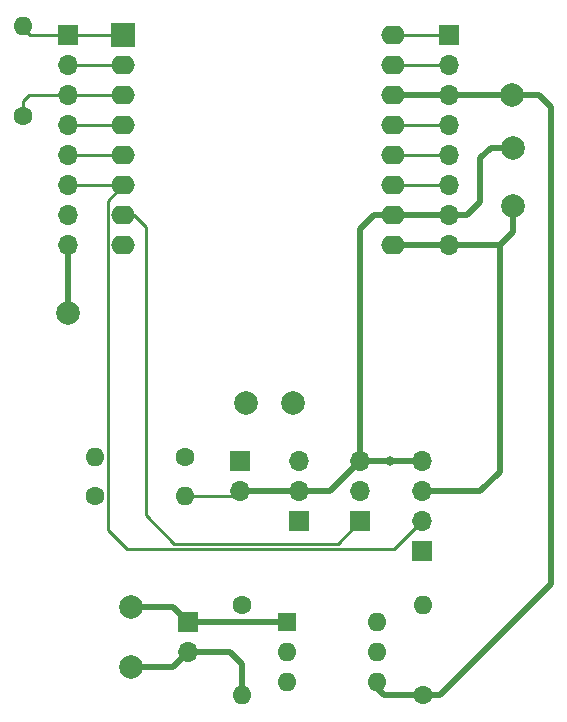
<source format=gbr>
%TF.GenerationSoftware,KiCad,Pcbnew,(5.1.6)-1*%
%TF.CreationDate,2022-07-24T18:58:52+10:00*%
%TF.ProjectId,v0.2a,76302e32-612e-46b6-9963-61645f706362,rev?*%
%TF.SameCoordinates,Original*%
%TF.FileFunction,Copper,L1,Top*%
%TF.FilePolarity,Positive*%
%FSLAX46Y46*%
G04 Gerber Fmt 4.6, Leading zero omitted, Abs format (unit mm)*
G04 Created by KiCad (PCBNEW (5.1.6)-1) date 2022-07-24 18:58:52*
%MOMM*%
%LPD*%
G01*
G04 APERTURE LIST*
%TA.AperFunction,ComponentPad*%
%ADD10R,1.600000X1.600000*%
%TD*%
%TA.AperFunction,ComponentPad*%
%ADD11O,1.600000X1.600000*%
%TD*%
%TA.AperFunction,ComponentPad*%
%ADD12O,1.700000X1.700000*%
%TD*%
%TA.AperFunction,ComponentPad*%
%ADD13R,1.700000X1.700000*%
%TD*%
%TA.AperFunction,ComponentPad*%
%ADD14C,1.600000*%
%TD*%
%TA.AperFunction,ComponentPad*%
%ADD15C,2.000000*%
%TD*%
%TA.AperFunction,ComponentPad*%
%ADD16O,2.000000X1.600000*%
%TD*%
%TA.AperFunction,ComponentPad*%
%ADD17R,2.000000X2.000000*%
%TD*%
%TA.AperFunction,ViaPad*%
%ADD18C,0.800000*%
%TD*%
%TA.AperFunction,Conductor*%
%ADD19C,0.508000*%
%TD*%
%TA.AperFunction,Conductor*%
%ADD20C,0.250000*%
%TD*%
G04 APERTURE END LIST*
D10*
%TO.P,U1,1*%
%TO.N,+5V*%
X112522000Y-133477000D03*
D11*
%TO.P,U1,4*%
%TO.N,/D1*%
X120142000Y-138557000D03*
%TO.P,U1,2*%
%TO.N,Net-(R2-Pad1)*%
X112522000Y-136017000D03*
%TO.P,U1,5*%
%TO.N,+3V3*%
X120142000Y-136017000D03*
%TO.P,U1,3*%
%TO.N,Net-(U1-Pad3)*%
X112522000Y-138557000D03*
%TO.P,U1,6*%
%TO.N,Net-(U1-Pad6)*%
X120142000Y-133477000D03*
%TD*%
D12*
%TO.P,J1,2*%
%TO.N,/Batt-*%
X108585000Y-122428000D03*
D13*
%TO.P,J1,1*%
%TO.N,/Batt+*%
X108585000Y-119888000D03*
%TD*%
%TO.P,J2,1*%
%TO.N,/Batt+*%
X113538000Y-124968000D03*
D12*
%TO.P,J2,2*%
%TO.N,/Batt-*%
X113538000Y-122428000D03*
%TO.P,J2,3*%
%TO.N,+5VA*%
X113538000Y-119888000D03*
%TD*%
D13*
%TO.P,J3,1*%
%TO.N,+5V*%
X104140000Y-133477000D03*
D12*
%TO.P,J3,2*%
%TO.N,/GND_wall*%
X104140000Y-136017000D03*
%TD*%
%TO.P,J4,3*%
%TO.N,/Batt-*%
X118745000Y-119888000D03*
%TO.P,J4,2*%
%TO.N,/UART0_RX*%
X118745000Y-122428000D03*
D13*
%TO.P,J4,1*%
%TO.N,/D8*%
X118745000Y-124968000D03*
%TD*%
%TO.P,J5,1*%
%TO.N,/D4*%
X123952000Y-127508000D03*
D12*
%TO.P,J5,2*%
%TO.N,/D7*%
X123952000Y-124968000D03*
%TO.P,J5,3*%
%TO.N,+5VA*%
X123952000Y-122428000D03*
%TO.P,J5,4*%
%TO.N,/Batt-*%
X123952000Y-119888000D03*
%TD*%
D13*
%TO.P,J6,1*%
%TO.N,/Tx*%
X126238000Y-83820000D03*
D12*
%TO.P,J6,2*%
%TO.N,/Rx*%
X126238000Y-86360000D03*
%TO.P,J6,3*%
%TO.N,/D1*%
X126238000Y-88900000D03*
%TO.P,J6,4*%
%TO.N,/D2*%
X126238000Y-91440000D03*
%TO.P,J6,5*%
%TO.N,/D3*%
X126238000Y-93980000D03*
%TO.P,J6,6*%
%TO.N,/D4*%
X126238000Y-96520000D03*
%TO.P,J6,7*%
%TO.N,/Batt-*%
X126238000Y-99060000D03*
%TO.P,J6,8*%
%TO.N,+5VA*%
X126238000Y-101600000D03*
%TD*%
%TO.P,J7,8*%
%TO.N,+3V3*%
X93980000Y-101600000D03*
%TO.P,J7,7*%
%TO.N,/D8*%
X93980000Y-99060000D03*
%TO.P,J7,6*%
%TO.N,/D7*%
X93980000Y-96520000D03*
%TO.P,J7,5*%
%TO.N,/D6*%
X93980000Y-93980000D03*
%TO.P,J7,4*%
%TO.N,/D5*%
X93980000Y-91440000D03*
%TO.P,J7,3*%
%TO.N,/D0*%
X93980000Y-88900000D03*
%TO.P,J7,2*%
%TO.N,/A0*%
X93980000Y-86360000D03*
D13*
%TO.P,J7,1*%
%TO.N,/RST*%
X93980000Y-83820000D03*
%TD*%
D14*
%TO.P,R1,1*%
%TO.N,/D1*%
X124079000Y-139700000D03*
D11*
%TO.P,R1,2*%
%TO.N,/Batt-*%
X124079000Y-132080000D03*
%TD*%
D14*
%TO.P,R2,1*%
%TO.N,Net-(R2-Pad1)*%
X108712000Y-132080000D03*
D11*
%TO.P,R2,2*%
%TO.N,/GND_wall*%
X108712000Y-139700000D03*
%TD*%
%TO.P,R3,2*%
%TO.N,/A0*%
X96266000Y-119507000D03*
D14*
%TO.P,R3,1*%
%TO.N,/Batt+*%
X103886000Y-119507000D03*
%TD*%
%TO.P,R4,1*%
%TO.N,/A0*%
X96266000Y-122809000D03*
D11*
%TO.P,R4,2*%
%TO.N,/Batt-*%
X103886000Y-122809000D03*
%TD*%
%TO.P,R5,2*%
%TO.N,/RST*%
X90170000Y-83058000D03*
D14*
%TO.P,R5,1*%
%TO.N,/D0*%
X90170000Y-90678000D03*
%TD*%
D15*
%TO.P,TP1,1*%
%TO.N,+5V*%
X99314000Y-132207000D03*
%TD*%
%TO.P,TP2,1*%
%TO.N,+5VA*%
X131699000Y-98298000D03*
%TD*%
%TO.P,TP3,1*%
%TO.N,+3V3*%
X93980000Y-107315000D03*
%TD*%
%TO.P,TP4,1*%
%TO.N,/Batt+*%
X113030000Y-114935000D03*
%TD*%
%TO.P,TP5,1*%
%TO.N,/Batt-*%
X131699000Y-93345000D03*
%TD*%
%TO.P,TP6,1*%
%TO.N,/GND_wall*%
X99314000Y-137287000D03*
%TD*%
%TO.P,TP8,1*%
%TO.N,/D1*%
X131572000Y-88900000D03*
%TD*%
D16*
%TO.P,U2,2*%
%TO.N,/A0*%
X98679000Y-86360000D03*
D17*
%TO.P,U2,1*%
%TO.N,/RST*%
X98679000Y-83820000D03*
D16*
%TO.P,U2,3*%
%TO.N,/D0*%
X98679000Y-88900000D03*
%TO.P,U2,4*%
%TO.N,/D5*%
X98679000Y-91440000D03*
%TO.P,U2,5*%
%TO.N,/D6*%
X98679000Y-93980000D03*
%TO.P,U2,6*%
%TO.N,/D7*%
X98679000Y-96520000D03*
%TO.P,U2,7*%
%TO.N,/D8*%
X98679000Y-99060000D03*
%TO.P,U2,8*%
%TO.N,+3V3*%
X98679000Y-101600000D03*
%TO.P,U2,9*%
%TO.N,+5VA*%
X121539000Y-101600000D03*
%TO.P,U2,10*%
%TO.N,/Batt-*%
X121539000Y-99060000D03*
%TO.P,U2,11*%
%TO.N,/D4*%
X121539000Y-96520000D03*
%TO.P,U2,12*%
%TO.N,/D3*%
X121539000Y-93980000D03*
%TO.P,U2,13*%
%TO.N,/D2*%
X121539000Y-91440000D03*
%TO.P,U2,14*%
%TO.N,/D1*%
X121539000Y-88900000D03*
%TO.P,U2,15*%
%TO.N,/Rx*%
X121539000Y-86360000D03*
%TO.P,U2,16*%
%TO.N,/Tx*%
X121539000Y-83820000D03*
%TD*%
D15*
%TO.P,TP7,1*%
%TO.N,/A0*%
X109093000Y-114935000D03*
%TD*%
D18*
%TO.N,/Batt-*%
X121285000Y-119888000D03*
%TD*%
D19*
%TO.N,+5VA*%
X125095000Y-122428000D02*
X123952000Y-122428000D01*
X126238000Y-101600000D02*
X121539000Y-101600000D01*
X126238000Y-101600000D02*
X130556000Y-101600000D01*
X131699000Y-100457000D02*
X131699000Y-98298000D01*
X130556000Y-101600000D02*
X131699000Y-100457000D01*
X128905000Y-122428000D02*
X123952000Y-122428000D01*
X130556000Y-101600000D02*
X130556000Y-120777000D01*
X130556000Y-120777000D02*
X128905000Y-122428000D01*
D20*
%TO.N,/D8*%
X99568000Y-99060000D02*
X98679000Y-99060000D01*
X116840000Y-126873000D02*
X102997000Y-126873000D01*
X100584000Y-100076000D02*
X99568000Y-99060000D01*
X118745000Y-124968000D02*
X116840000Y-126873000D01*
X102997000Y-126873000D02*
X100584000Y-124460000D01*
X100584000Y-124460000D02*
X100584000Y-100076000D01*
%TO.N,/D4*%
X126238000Y-96520000D02*
X121539000Y-96520000D01*
%TO.N,/D7*%
X93980000Y-96520000D02*
X98679000Y-96520000D01*
X97353990Y-97845010D02*
X98679000Y-96520000D01*
X97353990Y-102065994D02*
X97353990Y-97845010D01*
X121596990Y-127323010D02*
X99002010Y-127323010D01*
X99002010Y-127323010D02*
X97391001Y-125712001D01*
X97391001Y-125712001D02*
X97391001Y-102103005D01*
X123952000Y-124968000D02*
X121596990Y-127323010D01*
X97391001Y-102103005D02*
X97353990Y-102065994D01*
%TO.N,/Tx*%
X121539000Y-83820000D02*
X126238000Y-83820000D01*
%TO.N,/Rx*%
X126238000Y-86360000D02*
X121539000Y-86360000D01*
D19*
%TO.N,+3V3*%
X93980000Y-101600000D02*
X93980000Y-107315000D01*
D20*
%TO.N,/D2*%
X126238000Y-91440000D02*
X121539000Y-91440000D01*
%TO.N,/D3*%
X121539000Y-93980000D02*
X126238000Y-93980000D01*
D19*
%TO.N,+5V*%
X102870000Y-132207000D02*
X104140000Y-133477000D01*
X99314000Y-132207000D02*
X102870000Y-132207000D01*
X104140000Y-133477000D02*
X112649000Y-133477000D01*
D20*
%TO.N,/D6*%
X98679000Y-93980000D02*
X93980000Y-93980000D01*
%TO.N,/D5*%
X93980000Y-91440000D02*
X98679000Y-91440000D01*
%TO.N,/D0*%
X98679000Y-88900000D02*
X93980000Y-88900000D01*
X93980000Y-88900000D02*
X90678000Y-88900000D01*
X90170000Y-89408000D02*
X90170000Y-90678000D01*
X90678000Y-88900000D02*
X90170000Y-89408000D01*
%TO.N,/A0*%
X98679000Y-86360000D02*
X93980000Y-86360000D01*
D19*
%TO.N,/D1*%
X121539000Y-88900000D02*
X126238000Y-88900000D01*
X126238000Y-88900000D02*
X131572000Y-88900000D01*
X133858000Y-88900000D02*
X131572000Y-88900000D01*
X134874000Y-89916000D02*
X133858000Y-88900000D01*
X134874000Y-130302000D02*
X134874000Y-89916000D01*
X124079000Y-139700000D02*
X125476000Y-139700000D01*
X125476000Y-139700000D02*
X134874000Y-130302000D01*
X120269000Y-138557000D02*
X120269000Y-139192000D01*
X120777000Y-139700000D02*
X124079000Y-139700000D01*
X120269000Y-139192000D02*
X120777000Y-139700000D01*
%TO.N,/GND_wall*%
X102870000Y-137287000D02*
X104140000Y-136017000D01*
X99314000Y-137287000D02*
X102870000Y-137287000D01*
X104140000Y-136017000D02*
X107696000Y-136017000D01*
X108712000Y-137033000D02*
X108712000Y-139700000D01*
X107696000Y-136017000D02*
X108712000Y-137033000D01*
%TO.N,/Batt-*%
X116205000Y-122428000D02*
X118745000Y-119888000D01*
X113538000Y-122428000D02*
X116205000Y-122428000D01*
X108585000Y-122428000D02*
X113538000Y-122428000D01*
D20*
X108204000Y-122809000D02*
X108585000Y-122428000D01*
X104521000Y-122809000D02*
X108204000Y-122809000D01*
D19*
X121539000Y-99060000D02*
X126238000Y-99060000D01*
X126238000Y-99060000D02*
X127762000Y-99060000D01*
X127762000Y-99060000D02*
X128905000Y-97917000D01*
X128905000Y-97917000D02*
X128905000Y-94234000D01*
X129794000Y-93345000D02*
X131699000Y-93345000D01*
X128905000Y-94234000D02*
X129794000Y-93345000D01*
X113538000Y-122428000D02*
X112268000Y-122428000D01*
X112233999Y-122393999D02*
X112106999Y-122393999D01*
X112268000Y-122428000D02*
X112233999Y-122393999D01*
X118745000Y-119888000D02*
X121285000Y-119888000D01*
X121285000Y-119888000D02*
X123952000Y-119888000D01*
X121285000Y-119888000D02*
X121285000Y-119888000D01*
X118745000Y-119888000D02*
X118745000Y-100203000D01*
X119888000Y-99060000D02*
X121539000Y-99060000D01*
X118745000Y-100203000D02*
X119888000Y-99060000D01*
%TO.N,/Batt+*%
X108204000Y-119507000D02*
X108585000Y-119888000D01*
D20*
%TO.N,/RST*%
X93980000Y-83820000D02*
X98679000Y-83820000D01*
X90170000Y-83058000D02*
X90170000Y-83185000D01*
X90805000Y-83820000D02*
X93980000Y-83820000D01*
X90170000Y-83185000D02*
X90805000Y-83820000D01*
%TD*%
M02*

</source>
